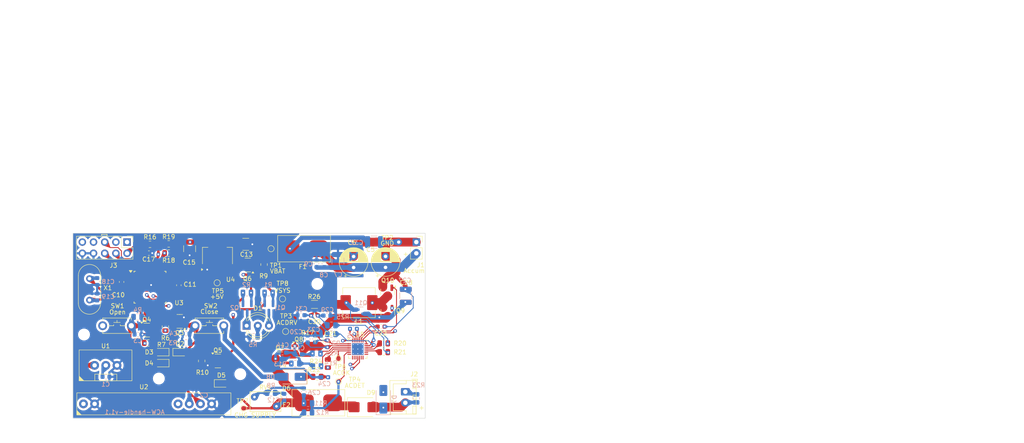
<source format=kicad_pcb>
(kicad_pcb (version 20240108) (generator "pcbnew") (generator_version "8.0")
  (layers (0 "F.Cu" signal) (1 "In1.Cu" signal) (2 "In2.Cu" signal) (31 "B.Cu" signal) (34 "B.Paste" user) (35 "F.Paste" user) (36 "B.SilkS" user "B.Silkscreen") (37 "F.SilkS" user "F.Silkscreen") (38 "B.Mask" user) (39 "F.Mask" user) (44 "Edge.Cuts" user))
  (net 0 "")
  (net 1 "GNDA")
  (net 2 "+5V")
  (net 3 "/OPEN_BUTTON")
  (net 4 "/CLOSE_BUTTON")
  (net 5 "/VBAT_BEFORE_FUSE")
  (net 6 "GNDPWR")
  (net 7 "/CHARGER_SUPPLY")
  (net 8 "Net-(Q7-G)")
  (net 9 "/VSYS")
  (net 10 "/RESET#")
  (net 11 "/IC_POWER_UP")
  (net 12 "Net-(D9-K)")
  (net 13 "/CHARGER_BATSRC")
  (net 14 "/VBAT")
  (net 15 "Net-(D1-A1)")
  (net 16 "Net-(D1-K)")
  (net 17 "Net-(D1-A2)")
  (net 18 "/MOSI")
  (net 19 "/RXD")
  (net 20 "/TXD")
  (net 21 "/SCK")
  (net 22 "/MISO")
  (net 23 "/LED_GREEN#")
  (net 24 "/LED_RED#")
  (net 25 "/CLOSE_BUTTON_5V#")
  (net 26 "/OPEN_BUTTON_5V#")
  (net 27 "Net-(C12-Pad2)")
  (net 28 "Net-(Q8-G)")
  (net 29 "Net-(Q9-G)")
  (net 30 "/CHARGER_BATDRV")
  (net 31 "Net-(Q6-D)")
  (net 32 "Net-(U3-XTAL1{slash}PB6)")
  (net 33 "Net-(U3-XTAL2{slash}PB7)")
  (net 34 "Net-(Q8-D)")
  (net 35 "Net-(U5-REGN)")
  (net 36 "Net-(U5-VCC)")
  (net 37 "Net-(Q10-D)")
  (net 38 "/SDA")
  (net 39 "/SCL")
  (net 40 "/CHARGER_SRP")
  (net 41 "/CHARGER_SRN")
  (net 42 "Net-(U5-BTST)")
  (net 43 "/FM_OUT")
  (net 45 "/FM_IN")
  (net 46 "Net-(D2-K)")
  (net 47 "Net-(D6-K)")
  (net 48 "Net-(D7-A1)")
  (net 50 "Net-(Q5-D)")
  (net 51 "Net-(Q10-G)")
  (net 52 "Net-(U5-ACDET)")
  (net 53 "Net-(U5-ACDRV)")
  (net 54 "/CHR_VSYS_NMOS")
  (net 55 "Net-(U5-CMSRC)")
  (net 56 "Net-(U5-BATDRV)")
  (net 57 "Net-(U5-BATSRC)")
  (net 58 "Net-(U5-ACOK)")
  (footprint "TestPoint:TestPoint_Pad_D1.0mm" (layer "F.Cu") (at 99.990487 81.5)
    (property "Reference" "TP1")
    (property "Value" "VBAT")
  )
  (footprint "TestPoint:TestPoint_Pad_D1.0mm" (layer "F.Cu") (at 87.740487 89.25 90)
    (property "Reference" "TP5")
    (property "Value" "+5V")
  )
  (footprint "Library:FuseHolder1808" (layer "F.Cu") (at 110.740487 116.5 180)
    (property "Reference" "F2")
    (property "Value" "3A")
  )
  (footprint "Package_QFP:TQFP-32_7x7mm_P0.8mm" (layer "F.Cu") (at 72.490487 90.25)
    (property "Reference" "U3")
    (property "Value" "ATmega328-A")
  )
  (footprint "Capacitor_SMD:C_0603_1608Metric" (layer "F.Cu") (at 109.835487 96.655 180)
    (property "Reference" "C30")
    (property "Value" "100 nF")
  )
  (footprint "TestPoint:TestPoint_Pad_D1.0mm" (layer "F.Cu") (at 115.3 111.7)
    (property "Reference" "TP4")
    (property "Value" "ACDET")
  )
  (footprint "Package_TO_SOT_SMD:SOT-23" (layer "F.Cu") (at 79.240487 98 180)
    (property "Reference" "Q3")
    (property "Value" "IRLML0030")
  )
  (footprint "Diode_SMD:D_SMB" (layer "F.Cu") (at 120.990487 117.5)
    (property "Reference" "D9")
    (property "Value" "ES2J")
  )
  (footprint "Resistor_SMD:R_0805_2012Metric" (layer "F.Cu") (at 98.4 85.1 -90)
    (property "Reference" "R9")
    (property "Value" "10K")
  )
  (footprint "Capacitor_SMD:C_0603_1608Metric" (layer "F.Cu") (at 124.990487 99.2)
    (property "Reference" "C22")
    (property "Value" "2.2 uF")
  )
  (footprint "Package_DFN_QFN:QFN-28-1EP_4x4mm_P0.4mm_EP2.6x2.6mm_ThermalVias" (layer "F.Cu") (at 119.690487 104.3)
    (property "Reference" "U5")
    (property "Value" "BQ24780S")
  )
  (footprint "Crystal:Crystal_HC49-U_Vertical" (layer "F.Cu") (at 58.740487 93.175 90)
    (property "Reference" "X1")
    (property "Value" "HC-49U, 8MHz")
  )
  (footprint "Resistor_SMD:R_1206_3216Metric" (layer "F.Cu") (at 110.902987 102.2 90)
    (property "Reference" "R17")
    (property "Value" "0.01 R")
  )
  (footprint "Capacitor_SMD:C_0603_1608Metric" (layer "F.Cu") (at 72.240487 82.5)
    (property "Reference" "C17")
    (property "Value" "100 nF")
  )
  (footprint "Diode_SMD:D_SOD-323F" (layer "F.Cu") (at 88.7 112.1)
    (property "Reference" "D5")
    (property "Value" "BAT760")
  )
  (footprint "Capacitor_SMD:C_1210_3225Metric" (layer "F.Cu") (at 130.590487 92.2 90)
    (property "Reference" "C28")
    (property "Value" "22 uF")
  )
  (footprint "Resistor_SMD:R_0805_2012Metric" (layer "F.Cu") (at 76.740487 82.5 180)
    (property "Reference" "R18")
    (property "Value" "10K")
  )
  (footprint "Connector_PinSocket_2.54mm:PinSocket_1x02_P2.54mm_Vertical" (layer "F.Cu") (at 132.990487 80)
    (property "Reference" "J1")
    (property "Value" "2*LiFePo4@18650@1800mAh, 6,4V")
  )
  (footprint "Package_TO_SOT_SMD:SOT-23" (layer "F.Cu") (at 71.765487 100)
    (property "Reference" "Q4")
    (property "Value" "IRLML0030")
  )
  (footprint "Library:SRX882_Vertical" (layer "F.Cu") (at 57.370487 116.75)
    (property "Reference" "U2")
    (property "Value" "SRX882@443MHz")
  )
  (footprint "Resistor_SMD:R_0805_2012Metric" (layer "F.Cu") (at 125.590487 105 180)
    (property "Reference" "R21")
    (property "Value" "10")
  )
  (footprint "Resistor_SMD:R_0805_2012Metric" (layer "F.Cu") (at 112.890487 107.6 -90)
    (property "Reference" "R24")
    (property "Value" "10K")
  )
  (footprint "NetTie:NetTie-2_SMD_Pad2.0mm" (layer "F.Cu") (at 121.990487 80 180)
    (property "Reference" "NT1" (hide yes))
    (property "Value" "AGND/PGND" (hide yes))
  )
  (footprint "Package_TO_SOT_SMD:SOT-23" (layer "F.Cu") (at 126.465487 91.3125 -90)
    (property "Reference" "Q10")
    (property "Value" "IRLML0030")
  )
  (footprint "Capacitor_THT:CP_Radial_D6.3mm_P2.50mm" (layer "F.Cu") (at 118.740487 85.775001 90)
    (property "Reference" "C6")
    (property "Value" "100 uF")
  )
  (footprint "Capacitor_THT:CP_Radial_D6.3mm_P2.50mm" (layer "F.Cu") (at 125.990487 85.75 90)
    (property "Reference" "C5")
    (property "Value" "100 uF")
  )
  (footprint "MountingHole:MountingHole_2.2mm_M2" (layer "F.Cu") (at 57.5 101)
    (property "Reference" "H4" (hide yes))
    (property "Value" "MountingHole")
  )
  (footprint "Package_TO_SOT_SMD:SOT-23" (layer "F.Cu") (at 126.515487 95.9375 -90)
    (property "Reference" "Q9")
    (property "Value" "IRLML0030")
  )
  (footprint "Capacitor_SMD:C_1210_3225Metric" (layer "F.Cu") (at 81.490487 81.5 -90)
    (property "Reference" "C15")
    (property "Value" "22 uF")
  )
  (footprint "Capacitor_SMD:C_0603_1608Metric" (layer "F.Cu") (at 79.040487 89.8 90)
    (property "Reference" "C11")
    (property "Value" "100 nF")
  )
  (footprint "TestPoint:TestPoint_Pad_D1.0mm" (layer "F.Cu") (at 103.3 100.3)
    (property "Reference" "TP3")
    (property "Value" "ACDRV")
  )
  (footprint "MountingHole:MountingHole_2.2mm_M2" (layer "F.Cu") (at 74.5 111)
    (property "Reference" "H3" (hide yes))
    (property "Value" "MountingHole")
  )
  (footprint "Resistor_SMD:R_0805_2012Metric" (layer "F.Cu") (at 75.990487 99.2 -90)
    (property "Reference" "R6")
    (property "Value" "10K")
  )
  (footprint "Library:STX882_Vertical" (layer "F.Cu") (at 62.450487 108)
    (property "Reference" "U1")
    (property "Value" "STX882@443MHz")
  )
  (footprint "Capacitor_SMD:C_0603_1608Metric" (layer "F.Cu") (at 112.802987 103.1 90)
    (property "Reference" "C21")
    (property "Value" "100 nF")
  )
  (footprint "LED_THT:LED_D5.0mm-3" (layer "F.Cu") (at 94.440487 99)
    (property "Reference" "D1")
    (property "Value" "red/green, common cathode, F3")
  )
  (footprint "Inductor_SMD:L_Abracon_ASPI-0630LR" (layer "F.Cu") (at 119.965487 93.75 180)
    (property "Reference" "L1")
    (property "Value" "AMPLF0630, 8,2uH")
  )
  (footprint "Diode_SMD:D_SMA" (layer "F.Cu") (at 104.702987 110.6 180)
    (property "Reference" "D6")
    (property "Value" "15MQ030NPBF")
  )
  (footprint "Varistor:RV_Disc_D7mm_W4.5mm_P5mm" (layer "F.Cu") (at 101.215487 117.3 180)
    (property "Reference" "RV1")
    (property "Value" "JVR-05N180M")
  )
  (footprint "Package_TO_SOT_SMD:SOT-223-3_TabPin2" (layer "F.Cu") (at 87.815487 83.1 90)
    (property "Reference" "U4")
    (property "Value" "AMS1117-5.0")
  )
  (footprint "TestPoint:TestPoint_Pad_D1.0mm" (layer "F.Cu") (at 93.715487 117.75 180)
    (property "Reference" "TP7")
    (property "Value" "CHG SUPPLY")
  )
  (footprint "Resistor_SMD:R_0805_2012Metric" (layer "F.Cu") (at 76.740487 80.4125 180)
    (property "Reference" "R19")
    (property "Value" "10K")
  )
  (footprint "Capacitor_SMD:C_1210_3225Metric" (layer "F.Cu") (at 94.240487 80.5)
    (property "Reference" "C13")
    (property "Value" "22 uF")
  )
  (footprint "Resistor_SMD:R_0805_2012Metric" (layer "F.Cu") (at 110.452987 110.6 180)
    (property "Reference" "R22")
    (property "Value" "10")
  )
  (footprint "Resistor_SMD:R_0805_2012Metric" (layer "F.Cu") (at 84.2375 107 -90)
    (property "Reference" "R10")
    (property "Value" "10K")
  )
  (footprint "Diode_SMD:D_SOD-323F" (layer "F.Cu") (at 75.2 105 180)
    (property "Reference" "D3")
    (property "Value" "BAT760")
  )
  (footprint "Library:FuseHolder1808" (layer "F.Cu") (at 107.490487 81.5 180)
    (property "Reference" "F1")
    (property "Value" "3A")
  )
  (footprint "Resistor_SMD:R_1206_3216Metric" (layer "F.Cu") (at 109.860487 94.155 180)
    (property "Reference" "R26")
    (property "Value" "0.01 R")
  )
  (footprint "Connector_JST:JST_XH_B2B-XH-A_1x02_P2.50mm_Vertical" (layer "F.Cu") (at 130.490487 114 -90)
    (property "Reference" "J2")
    (property "Value" "Charger")
  )
  (footprint "Diode_SMD:D_SOD-323F" (layer "F.Cu") (at 75.2 107.5 180)
    (property "Reference" "D4")
    (property "Value" "BAT760")
  )
  (footprint "Library:SW_PUSH_P6.5_W3.5" (layer "F.Cu") (at 85.990487 99)
    (property "Reference" "SW2")
    (property "Value" "KLS7-TS3601-5.0-180")
  )
  (footprint "Package_TO_SOT_SMD:SOT-23" (layer "F.Cu") (at 102.002987 106.5 180)
    (property "Reference" "Q7")
    (property "Value" "IRLML0030")
  )
  (footprint "MountingHole:MountingHole_2.2mm_M2" (layer "F.Cu") (at 129.5 108)
    (property "Reference" "H5" (hide yes))
    (property "Value" "MountingHole" (hide yes))
  )
  (footprint "Library:TestPoint_Plated_Hole_D1.0mm" (layer "F.Cu") (at 128.990487 80)
    (property "Reference" "TP2")
    (property "Value" "GND")
  )
  (footprint "Diode_SMD:D_SOD-323F" (layer "F.Cu") (at 79.3 105)
    (property "Reference" "D2")
    (property "Value" "BAT760")
  )
  (footprint "Package_TO_SOT_SMD:SOT-23" (layer "F.Cu") (at 106.302987 104.5)
    (property "Reference" "Q8")
    (property "Value" "IRLML0030")
  )
  (footprint "MountingHole:MountingHole_2.2mm_M2" (layer "F.Cu") (at 93 110)
    (property "Reference" "H2" (hide yes))
    (property "Value" "MountingHole")
  )
  (footprint "Package_TO_SOT_SMD:SOT-23" (layer "F.Cu") (at 94.7 85.2 180)
    (property "Reference" "Q6")
    (property "Value" "IRLML5203")
  )
  (footprint "TestPoint:TestPoint_Pad_D1.0mm" (layer "F.Cu") (at 102.6 92.9)
    (property "Reference" "TP8")
    (property "Value" "VSYS")
  )
  (footprint "Capacitor_SMD:C_0603_1608Metric" (layer "F.Cu") (at 66.040487 89.05 90)
    (property "Reference" "C10")
    (property "Value" "100 nF")
  )
  (footprint "Resistor_SMD:R_0805_2012Metric" (layer "F.Cu") (at 72.090487 102.9 180)
    (property "Reference" "R7")
    (property "Value" "10K")
  )
  (footprint "MountingHole:MountingHole_2.2mm_M2" (layer "F.Cu") (at 110.5 89.5)
    (property "Reference" "H1" (hide yes))
    (property "Value" "MountingHole")
  )
  (footprint "TestPoint:TestPoint_Pad_D1.0mm" (layer "F.Cu") (at 115.3 106.5)
    (property "Reference" "TP6")
    (property "Value" "ACOK")
  )
  (footprint "Resistor_SMD:R_0805_2012Metric" (layer "F.Cu") (at 72.490487 80.5)
    (property "Reference" "R16")
    (property "Value" "10K")
  )
  (footprint "Library:SW_PUSH_P6.5_W3.5" (layer "F.Cu") (at 64.990487 99)
    (property "Reference" "SW1")
    (property "Value" "KLS7-TS3601-5.0-180")
  )
  (footprint "Connector_PinHeader_2.54mm:PinHeader_2x05_P2.54mm_Vertical" (layer "F.Cu") (at 67.280487 80 -90)
    (property "Reference" "J3")
    (property "Value" "USBASP")
  )
  (footprint "Resistor_SMD:R_0805_2012Metric" (layer "F.Cu") (at 125.590487 103 180)
    (property "Reference" "R20")
    (property "Value" "3K3")
  )
  (footprint "Package_TO_SOT_SMD:SOT-23" (layer "F.Cu") (at 87.9 107)
    (property "Reference" "Q5")
    (property "Value" "IRLML0030")
  )
  (footprint "Resistor_SMD:R_0805_2012Metric" (layer "B.Cu") (at 113.702987 100.9)
    (property "Reference" "R27")
    (property "Value" "10")
  )
  (footprint "Package_TO_SOT_SMD:SOT-23" (layer "B.Cu") (at 94.570487 94.9625 -90)
    (property "Reference" "Q2")
    (property "Value" "IRLML5203")
  )
  (footprint "Capacitor_SMD:C_0603_1608Metric" (layer "B.Cu") (at 60.490487 92.475 90)
    (property "Reference" "C19")
    (property "Value" "15 pF")
  )
  (footprint "Resistor_SMD:R_0805_2012Metric" (layer "B.Cu") (at 110.402987 108.2)
    (property "Reference" "R14")
    (property "Value" "3K9")
  )
  (footprint "Capacitor_SMD:C_1210_3225Metric" (layer "B.Cu") (at 115.190487 84.3 90)
    (property "Reference" "C7")
    (property "Value" "22 uF")
  )
  (footprint "Resistor_SMD:R_0805_2012Metric" (layer "B.Cu") (at 108.3875 118.7 180)
    (property "Reference" "R12")
    (property "Value" "45K")
  )
  (footprint "Capacitor_SMD:C_0603_1608Metric" (layer "B.Cu") (at 108.302987 102 90)
    (property "Reference" "C20")
    (property "Value" "100 nF")
  )
  (footprint "Package_TO_SOT_SMD:SOT-23" (layer "B.Cu") (at 99.490487 94.9625 -90)
    (property "Reference" "Q1")
    (property "Value" "IRLML5203")
  )
  (footprint "Capacitor_SMD:C_0603_1608Metric" (layer "B.Cu") (at 112.190487 110.7 180)
    (property "Reference" "C24")
    (property "Value" "2.2 uF")
  )
  (footprint "Capacitor_SMD:C_0603_1608Metric" (layer "B.Cu") (at 102.990487 115.25 90)
    (property "Reference" "C12")
    (property "Value" "2.2 uF")
  )
  (footprint "Capacitor_SMD:C_0603_1608Metric" (layer "B.Cu") (at 82.240487 114.75)
    (property "Reference" "C2")
    (property "Value" "2.2 uF")
  )
  (footprint "Resistor_SMD:R_0805_2012Metric" (layer "B.Cu") (at 99.990487 114.25 180)
    (property "Reference" "R8")
    (property "Value" "5R")
  )
  (footprint "Resistor_SMD:R_0805_2012Metric" (layer "B.Cu") (at 105.502987 107.6)
    (property "Reference" "R13")
    (property "Value" "5")
  )
  (footprint "Capacitor_SMD:C_0603_1608Metric" (layer "B.Cu") (at 112.090487 84.9 90)
    (property "Reference" "C8")
    (property "Value" "2.2 uF")
  )
  (footprint "Capacitor_SMD:C_0603_1608Metric" (layer "B.Cu") (at 110.330487 84.9 -90)
    (property "Reference" "C9")
    (property "Value" "100 nF")
  )
  (footprint "Resistor_SMD:R_0805_2012Metric" (layer "B.Cu") (at 108.3875 116.6)
    (property "Reference" "R11")
    (property "Value" "100K")
  )
  (footprint "Capacitor_SMD:C_0603_1608Metric" (layer "B.Cu") (at 80.690487 100.8)
    (property "Reference" "C4")
    (property "Value" "100 nF")
  )
  (footprint "Capacitor_SMD:C_0603_1608Metric" (layer "B.Cu") (at 110.002987 102 90)
    (property "Reference" "C23")
    (property "Value" "100 nF")
  )
  (footprint "Capacitor_SMD:C_0603_1608Metric" (layer "B.Cu") (at 118.7 99.7 180)
    (property "Reference" "C25")
    (property "Value" "47 nF")
  )
  (footprint "Resistor_SMD:R_0805_2012Metric" (layer "B.Cu") (at 96.020487 101.5 180)
    (property "Reference" "R5")
    (property "Value" "620")
  )
  (footprint "Capacitor_SMD:C_0603_1608Metric" (layer "B.Cu") (at 62.490487 110.6)
    (property "Reference" "C1")
    (property "Value" "2.2 uF")
  )
  (footprint "Resistor_SMD:R_0805_2012Metric" (layer "B.Cu") (at 110.302987 105.3)
    (property "Reference" "R15")
    (property "Value" "3K9")
  )
  (footprint "Resistor_SMD:R_0805_2012Metric" (layer "B.Cu") (at 99.432987 91.5)
    (property "Reference" "R1")
    (property "Value" "10K")
  )
  (footprint "Capacitor_SMD:C_0603_1608Metric" (layer "B.Cu") (at 112.690487 96.7)
    (property "Reference" "C29")
    (property "Value" "100 nF")
  )
  (footprint "Capacitor_SMD:C_0603_1608Metric" (layer "B.Cu") (at 60.490487 88.95 -90)
    (property "Reference" "C18")
    (property "Value" "15 pF")
  )
  (footprint "Capacitor_SMD:C_0603_1608Metric" (layer "B.Cu") (at 69.765487 101 180)
    (property "Reference" "C3")
    (property "Value" "100 nF")
  )
  (footprint "Capacitor_SMD:C_1210_3225Metric" (layer "B.Cu") (at 123.390487 80)
    (property "Reference" "C32")
    (property "Value" "22 uF")
  )
  (footprint "Package_TO_SOT_SMD:SOT-23" (layer "B.Cu") (at 120.290487 96.3)
    (property "Reference" "Q11")
    (property "Value" "IRLML0030")
  )
  (footprint "Capacitor_SMD:C_0603_1608Metric" (layer "B.Cu") (at 106.202987 105.5 180)
    (property "Reference" "C16")
    (property "Value" "47 nF")
  )
  (footprint "Resistor_SMD:R_0805_2012Metric" (layer "B.Cu") (at 94.520487 91.5)
    (property "Reference" "R2")
    (property "Value" "10K")
  )
  (footprint "Capacitor_SMD:C_0603_1608Metric" (layer "B.Cu") (at 107.4375 114 90)
    (property "Reference" "C26")
    (property "Value" "4.7 uF")
  )
  (footprint "Resistor_SMD:R_0805_2012Metric" (layer "B.Cu") (at 132.990487 115.5 90)
    (property "Reference" "R23")
    (property "Value" "500")
  )
  (footprint "Capacitor_SMD:C_0603_1608Metric" (layer "B.Cu") (at 106.790487 96.6 180)
    (property "Reference" "C31")
    (property "Value" "100 nF")
  )
  (footprint "Diode_SMD:D_SMA" (layer "B.Cu") (at 104.602987 110.6 180)
    (property "Reference" "D8")
    (property "Value" "15MQ030NPBF")
  )
  (footprint "Capacitor_SMD:C_0603_1608Metric" (layer "B.Cu") (at 102.602987 105.1)
    (property "Reference" "C14")
    (property "Value" "1 nF")
  )
  (footprint "Resistor_SMD:R_0805_2012Metric" (layer "B.Cu") (at 113.702987 98.9 180)
    (property "Reference" "R25")
    (property "Value" "10")
  )
  (footprint "Resistor_SMD:R_0805_2012Metric" (layer "B.Cu") (at 69.677987 97)
    (property "Reference" "R4")
    (property "Value" "10K")
  )
  (footprint "Diode_SMD:D_SMA" (layer "B.Cu") (at 125.5 115.7 90)
    (property "Reference" "D7")
    (property "Value" "SMAJ26A")
  )
  (footprint "Resistor_SMD:R_0805_2012Metric" (layer "B.Cu") (at 80.690487 102.9 180)
    (property "Reference" "R3")
    (property "Value" "10K")
  )
  (footprint "Capacitor_SMD:C_1210_3225Metric" (layer "B.Cu") (at 130.590487 92.2 90)
    (property "Reference" "C27")
    (property "Value" "22 uF")
  )
  (gr_line (start 61.490487 78.25) (end 62.740487 78.25) (stroke (width 0.15)) (layer "F.SilkS"))
  (gr_line (start 62.740487 78.25) (end 62.740487 78.5) (stroke (width 0.15)) (layer "F.SilkS"))
  (gr_line (start 61.490487 78.25) (end 61.490487 78.5) (stroke (width 0.15)) (layer "F.SilkS"))
  (gr_rect (start 55 78) (end 135 120) (stroke (width 0.1)) (fill none) (layer "Edge.Cuts"))
  (gr_text "ACW-handle-v1.1" (at 75.9 119.2 0) (layer "B.SilkS") (effects (font (size 1 1)) (justify left bottom mirror)))
  (segment (start 70.240487 89.5) (end 69.790487 89.05) (width 0.5) (layer "F.Cu") (net 1))
  (segment (start 121.627987 102.727987) (end 121.2625 102.3625) (width 0.2) (layer "F.Cu") (net 1))
  (segment (start 69.590487 90.65) (end 70.240487 90) (width 0.5) (layer "F.Cu") (net 1))
  (segment (start 122.390487 100.6) (end 120.890487 102.1) (width 0.2) (layer "F.Cu") (net 1))
  (segment (start 118.740487 81.25) (end 119.990487 80) (width 2) (layer "F.Cu") (net 1))
  (segment (start 72.740487 89.75) (end 72.640487 89.85) (width 0.5) (layer "F.Cu") (net 1))
  (segment (start 66.815487 89.05) (end 66.040487 88.275) (width 0.5) (layer "F.Cu") (net 1))
  (segment (start 121.2625 102.3625) (end 120.890487 102.3625) (width 0.2) (layer "F.Cu") (net 1))
  (segment (start 72.640487 89.85) (end 70.390487 89.85) (width 0.5) (layer "F.Cu") (net 1))
  (segment (start 68.240487 90.65) (end 69.590487 90.65) (width 0.5) (layer "F.Cu") (net 1))
  (segment (start 86.9625 107.95) (end 85.65 107.95) (width 0.5) (layer "F.Cu") (net 1))
  (segment (start 127.780437 100.6) (end 122.390487 100.6) (width 0.2) (layer "F.Cu") (net 1))
  (segment (start 72.840487 89.85) (end 72.740487 89.75) (width 0.5) (layer "F.Cu") (net 1))
  (segment (start 68.240487 89.05) (end 66.815487 89.05) (width 0.5) (layer "F.Cu") (net 1))
  (segment (start 69.790487 89.05) (end 68.240487 89.05) (width 0.5) (layer "F.Cu") (net 1))
  (segment (start 70.240487 90) (end 70.240487 89.5) (width 0.5) (layer "F.Cu") (net 1))
  (segment (start 70.390487 89.85) (end 70.240487 90) (width 0.5) (layer "F.Cu") (net 1))
  (segment (start 128.190218 100.190219) (end 127.780437 100.6) (width 0.2) (layer "F.Cu") (net 1))
  (segment (start 85.65 107.95) (end 85.6 108) (width 0.5) (layer "F.Cu") (net 1))
  (segment (start 76.740487 89.85) (end 78.215487 89.85) (width 0.5) (layer "F.Cu") (net 1))
  (segment (start 118.740487 83.275001) (end 118.740487 81.25) (width 2) (layer "F.Cu") (net 1))
  (segment (start 85.55 107.95) (end 84.275 107.95) (width 0.5) (layer "F.Cu") (net 1))
  (segment (start 85.6 108) (end 85.55 107.95) (width 0.5) (layer "F.Cu") (net 1))
  (segment (start 121.627987 103.1) (end 121.627987 102.727987) (width 0.2) (layer "F.Cu") (net 1))
  (segment (start 78.215487 89.85) (end 79.040487 89.025) (width 0.5) (layer "F.Cu") (net 1))
  (segment (start 76.740487 89.85) (end 72.840487 89.85) (width 0.5) (layer "F.Cu") (net 1))
  (via (at 81.490487 83) (size 0.8) (drill 0.4) (layers "F.Cu" "B.Cu") (net 1))
  (via (at 80.190487 97.1) (size 0.8) (drill 0.4) (layers "F.Cu" "B.Cu") (net 1))
  (via (at 72.990487 82.5) (size 0.8) (drill 0.4) (layers "F.Cu" "B.Cu") (net 1))
  (via (at 128.190218 100.190219) (size 0.8) (drill 0.4) (layers "F.Cu" "B.Cu") (net 1))
  (via (at 95.740487 80.5) (size 0.8) (drill 0.4) (layers "F.Cu" "B.Cu") (net 1))
  (via (at 70.790487 101) (size 0.8) (drill 0.4) (layers "F.Cu" "B.Cu") (net 1))
  (via (at 85.490487 86.25) (size 0.8) (drill 0.4) (layers "F.Cu" "B.Cu") (net 1))
  (via (at 72.740487 89.75) (size 0.8) (drill 0.4) (layers "F.Cu" "B.Cu") (net 1))
  (via (at 85.6 108) (size 0.8) (drill 0.4) (layers "F.Cu" "B.Cu") (net 1))
  (segment (start 107.475 118.7) (end 106.425 119.75) (width 0.5) (layer "B.Cu") (net 1))
  (segment (start 107.442936 108.8) (end 100.890487 108.8) (width 0.5) (layer "B.Cu") (net 1))
  (segment (start 106.425 119.75) (end 89.490487 119.75) (width 0.5) (layer "B.Cu") (net 1))
  (segment (start 109.342936 110.7) (end 107.442936 108.8) (width 0.5) (layer "B.Cu") (net 1))
  (segment (start 111.415487 110.7) (end 109.342936 110.7) (width 0.5) (layer "B.Cu") (net 1))
  (segment (start 89.490487 119.75) (end 86.490487 116.75) (width 0.5) (layer "B.Cu") (net 1))
  (segment (start 77.427987 79.2625) (end 78.115487 79.95) (width 0.5) (layer "F.Cu") (net 2))
  (segment (start 66.040487 90.55) (end 66.040487 89.825) (width 0.5) (layer "F.Cu") (net 2))
  (segment (start 79.190487 86.7) (end 79.190487 79.95) (width 0.5) (layer "F.Cu") (net 2))
  (segment (start 87.815487 87.75) (end 87.815487 89.175) (width 1) (layer "F.Cu") (net 2))
  (segment (start 70.990487 91) (end 75.215487 91) (width 0.5) (layer "F.Cu") (net 2))
  (segment (start 76.740487 90.65) (end 78.965487 90.65) (width 0.5) (layer "F.Cu") (net 2))
  (segment (start 78.115487 79.95) (end 77.652987 80.4125) (width 1) (layer "F.Cu") (net 2))
  (segment (start 100.345487 91.355) (end 97.390487 88.4) (width 0.5) (layer "F.Cu") (net 2))
  (segment (start 79.040487 90.575) (end 79.515487 90.575) (width 0.5) (layer "F.Cu") (net 2))
  (segment (start 75.565487 90.65) (end 76.740487 90.65) (width 0.5) (layer "F.Cu") (net 2))
  (segment (start 70.557987 79.2625) (end 74.640487 79.2625) (width 0.5) (layer "F.Cu") (net 2))
  (segment (start 79.515487 90.575) (end 80.290487 89.8) (width 0.5) (layer "F.Cu") (net 2))
  (segment (start 87.815487 86.25) (end 87.815487 79.95) (width 1) (layer "F.Cu") (net 2))
  (segment (start 76.740487 92.25) (end 75.565487 92.25) (width 0.5) (layer "F.Cu") (net 2))
  (segment (start 66.940487 91.45) (end 66.040487 90.55) (width 0.5) (layer "F.Cu") (net 2))
  (segment (start 75.215487 91.9) (end 75.215487 91) (width 0.5) (layer "F.Cu") (net 2))
  (segment (start 80.290487 87.8) (end 79.190487 86.7) (width 0.5) (layer "F.Cu") (net 2))
  (segment (start 95.432987 89.132987) (end 94.7 88.4) (width 0.5) (layer "F.Cu") (net 2))
  (segment (start 81.540487 79.95) (end 78.115487 79.95) (width 1) (layer "F.Cu") (net 2))
  (segment (start 75.215487 91) (end 75.565487 90.65) (width 0.5) (layer "F.Cu") (net 2))
  (segment (start 75.565487 92.25) (end 75.215487 91.9) (width 0.5) (layer "F.Cu") (net 2))
  (segment (start 80.290487 89.8) (end 80.290487 87.8) (width 0.5) (layer "F.Cu") (net 2))
  (segment (start 70.540487 91.45) (end 70.990487 91) (width 0.5) (layer "F.Cu") (net 2))
  (segment (start 81.640487 79.95) (end 87.815487 79.95) (width 1) (layer "F.Cu") (net 2))
  (segment (start 74.640487 79.2625) (end 77.427987 79.2625) (width 0.5) (layer "F.Cu") (net 2))
  (segment (start 68.240487 89.85) (end 66.065487 89.85) (width 0.5) (layer "F.Cu") (net 2))
  (segment (start 87.815487 89.175) (end 87.740487 89.25) (width 1) (layer "F.Cu") (net 2))
  (segment (start 68.240487 91.45) (end 66.940487 91.45) (width 0.5) (layer "F.Cu") (net 2))
  (segment (start 77.652987 80.4125) (end 77.652987 82.5) (width 1) (layer "F.Cu") (net 2))
  (segment (start 68.240487 91.45) (end 70.540487 91.45) (width 0.5) (layer "F.Cu") (net 2))
  (segment (start 87.815487 88.4) (end 97.390487 88.4) (width 0.5) (layer "F.Cu") (net 2))
  (segment (start 73.402987 80.5) (end 74.640487 79.2625) (width 0.5) (layer "F.Cu") (net 2))
  (segment (start 95.432987 91.5) (end 95.432987 89.132987) (width 0.5) (layer "F.Cu") (net 2))
  (segment (start 67.280487 82.54) (end 70.557987 79.2625) (width 0.5) (layer "F.Cu") (net 2))
  (segment (start 100.345487 91.5) (end 100.345487 91.355) (width 0.5) (layer "F.Cu") (net 2))
  (segment (start 87.815487 86.25) (end 87.815487 87.75) (width 1) (layer "F.Cu") (net 2))
  (via (at 100.345487 91.5) (size 0.8) (drill 0.4) (layers "F.Cu" "B.Cu") (net 2))
  (via (at 71.290487 103) (size 0.8) (drill 0.4) (layers "F.Cu" "B.Cu") (net 2))
  (via (at 95.432987 91.5) (size 0.8) (drill 0.4) (layers "F.Cu" "B.Cu") (net 2))
  (via (at 112.890487 108.5) (size 0.8) (drill 0.4) (layers "F.Cu" "B.Cu") (net 2))
  (via (at 81.590487 80) (size 0.8) (drill 0.4) (layers "F.Cu" "B.Cu") (net 2))
  (via (at 75.990487 100.1) (size 0.8) (drill 0.4) (layers "F.Cu" "B.Cu") (net 2))
  (segment (start 95.520487 91.5875) (end 95.520487 94) (width 0.5) (layer "B.Cu") (net 2))
  (segment (start 61.710487 110.6) (end 61.710487 108.74) (width 0.5) (layer "B.Cu") (net 2))
  (segment (start 100.440487 91.595) (end 100.440487 94.025) (width 0.5) (layer "B.Cu") (net 2))
  (segment (start 61.710487 108.74) (end 62.450487 108) (width 0.5) (layer "B.Cu") (net 2))
  (segment (start 81.465487 114.75) (end 81.465487 116.695) (width 0.5) (layer "B.Cu") (net 2))
  (segment (start 68.015487 103.025) (end 68.015487 99) (width 0.5) (layer "F.Cu") (net 3))
  (segment (start 70.827987 99.05) (end 68.065487 99.05) (width 0.5) (layer "F.Cu") (net 3))
  (segment (start 69.990487 105) (end 68.015487 103.025) (width 0.5) (layer "F.Cu") (net 3))
  (segment (start 74.140487 105) (end 69.990487 105) (width 0.5) (layer "F.Cu") (net 3))
  (segment (start 68.990487 99.975) (end 68.015487 99) (width 0.5) (layer "B.Cu") (net 3))
  (segment (start 68.015487 99) (end 68.015487 97.75) (width 0.5) (layer "B.Cu") (net 3))
  (segment (start 68.015487 97.75) (end 68.765487 97) (width 0.5) (layer "B.Cu") (net 3))
  (segment (start 68.990487 101) (end 68.990487 99.975) (width 0.5) (layer "B.Cu") (net 3))
  (segment (start 80.177987 98.95) (end 82.940487 98.95) (width 0.5) (layer "F.Cu") (net 4))
  (segment (start 82.990487 102.409513) (end 82.990487 99) (width 0.5) (layer "F.Cu") (net 4))
  (segment (start 80.4 105) (end 82.990487 102.409513) (width 0.5) (layer "F.Cu") (net 4))
  (segment (start 81.465487 100.525) (end 82.990487 99) (width 0.5) (layer "B.Cu") (net 4))
  (segment (start 81.490487 102.7875) (end 81.490487 101.05) (width 0.5) (layer "B.Cu") (net 4))
  (segment (start 81.490487 101.05) (end 81.602987 100.9375) (width 0.5) (layer "B.Cu") (net 4))
  (segment (start 81.465487 100.8) (end 81.465487 100.525) (width 0.5) (layer "B.Cu") (net 4))
  (segment (start 114.990488 85.775001) (end 110.715487 81.5) (width 2) (layer "F.Cu") (net 5))
  (segment (start 118.740487 85.775001) (end 114.990488 85.775001) (width 2) (layer "F.Cu") (net 5))
  (segment (start 110.430487 85.775) (end 110.330487 85.675) (width 1) (layer "B.Cu") (net 5))
  (segment (start 118.740487 85.775001) (end 115.740487 85.775) (width 1) (layer "B.Cu") (net 5))
  (segment (start 132.990487 82.54) (end 129.780487 85.75) (width 2) (layer "B.Cu") (net 5))
  (segment (start 129.780487 85.75) (end 125.990487 85.75) (width 2) (layer "B.Cu") (net 5))
  (segment (start 115.190487 85.775) (end 110.430487 85.775) (width 1) (layer "B.Cu") (net 5))
  (segment (start 125.990487 85.75) (end 118.765488 85.75) (width 2) (layer "B.Cu") (net 5))
  (segment (start 128.440487 87.75) (end 127.440487 87.75) (width 1) (layer "F.Cu") (net 6))
  (segment (start 128.390487 86.8) (end 127.440487 87.75) (width 2) (layer "F.Cu") (net 6))
  (segment (start 125.990487 83.25) (end 125.990487 80.25) (width 2) (layer "F.Cu") (net 6))
  (segment (start 128.990487 80) (end 123.990487 80) (width 2) (layer "F.Cu") (net 6))
  (segment (start 125.372352 89.018135) (end 125.372352 90.231865) (width 2) (layer "F.Cu") (net 6))
  (segment (start 125.990487 83.25) (end 127.490487 83.25) (width 2) (layer "F.Cu") (net 6))
  (segment (start 130.490487 89.8) (end 128.440487 87.75) (width 1) (layer "F.Cu") (net 6))
  (segment (start 127.490487 83.25) (end 128.390487 84.15) (width 2) (layer "F.Cu") (net 6))
  (segment (start 127.440487 87.75) (end 126.640487 87.75) (width 2) (layer "F.Cu") (net 6))
  (segment (start 130.490487 90.7) (end 130.490487 89.8) (width 1) (layer "F.Cu") (net 6))
  (segment (start 128.390487 84.15) (end 128.390487 86.8) (width 2) (layer "F.Cu") (net 6))
  (segment (start 132.990487 80) (end 125.740487 80) (width 2) (layer "F.Cu") (net 6))
  (segment (start 125.990487 80.25) (end 125.740487 80) (width 2) (layer "F.Cu") (net 6))
  (segment (start 126.640487 87.75) (end 125.372352 89.018135) (width 2) (layer "F.Cu") (net 6))
  (via (at 125.790487 99.2) (size 0.8) (drill 0.4) (layers "F.Cu" "B.Cu") (net 6))
  (via (at 125.5 114.1) (size 0.8) (drill 0.4) (layers "F.Cu" "B.Cu") (net 6))
  (via (at 130.490487 90.7) (size 0.8) (drill 0.4) (layers "F.Cu" "B.Cu") (net 6))
  (segment (start 100.227987 113.1) (end 107.3125 113.1) (width 0.5) (layer "B.Cu") (net 6))
  (segment (start 132.290487 92.425) (end 130.590487 90.725) (width 0.2) (layer "B.Cu") (net 6))
  (segment (start 97.165487 114.25) (end 96.215487 115.2) (width 0.5) (layer "B.Cu") (net 6))
  (segment (start 125.790487 99.2) (end 128.065487 99.2) (width 0.2) (layer "B.Cu") (net 6))
  (segment (start 132.990487 114.5875) (end 131.077987 114.5875) (width 0.5) (layer "B.Cu") (net 6))
  (segment (start 99.077987 114.25) (end 100.227987 113.1) (width 0.5) (layer "B.Cu") (net 6))
  (segment (start 99.077987 114.25) (end 97.165487 114.25) (width 0.5) (layer "B.Cu") (net 6))
  (segment (start 124.865487 80) (end 128.990487 80) (width 1) (layer "B.Cu") (net 6))
  (segment (start 132.290487 94.975) (end 132.290487 92.425) (width 0.2) (layer "B.Cu") (net 6))
  (segment (start 128.065487 99.2) (end 132.290487 94.975) (width 0.2) (layer "B.Cu") (net 6))
  (segment (start 93.715487 117.75) (end 95.490487 117.75) (width 0.5) (layer "F.Cu") (net 7))
  (segment (start 102.015487 116.5) (end 101.215487 117.3) (width 2) (layer "F.Cu") (net 7))
  (segment (start 100.765487 117.75) (end 101.215487 117.3) (width 0.5) (layer "F.Cu") (net 7))
  (segment (start 102.702987 110.6) (end 102.702987 111.6475) (width 2) (layer "F.Cu") (net 7))
  (segment (start 102.702987 110.6) (end 101.002987 108.9) (width 2) (layer "F.Cu") (net 7))
  (segment (start 89.740487 112) (end 95.490487 117.75) (width 0.5) (layer "F.Cu") (net 7))
  (segment (start 101.002987 108.9) (end 101.002987 106.5625) (width 2) (layer "F.Cu") (net 7))
  (segment (start 95.490487 117.75) (end 100.765487 117.75) (width 0.5) (layer "F.Cu") (net 7))
  (segment (start 107.655487 116.5) (end 104.990487 116.5) (width 2) (layer "F.Cu") (net 7))
  (segment (start 104.990487 116.5) (end 102.015487 116.5) (width 2) (layer "F.Cu") (net 7))
  (segment (start 101.002987 106.5) (end 101.065487 106.5) (width 2) (layer "F.Cu") (net 7))
  (segment (start 101.002987 106.5625) (end 101.002987 106.5) (width 2) (layer "F.Cu") (net 7))
  (segment (start 102.702987 111.6475) (end 107.555487 116.5) (width 2) (layer "F.Cu") (net 7))
  (via (at 101.002987 106.5) (size 0.8) (drill 0.4) (layers "F.Cu" "B.Cu") (net 7))
  (via (at 107.3875 116.6) (size 0.8) (drill 0.4) (layers "F.Cu" "B.Cu") (net 7))
  (segment (start 101.002987 105.6) (end 101.002987 106.5) (width 0.5) (layer "B.Cu") (net 7))
  (segment (start 101.827987 105.1) (end 101.502987 105.1) (width 0.5) (layer "B.Cu") (net 7))
  (segment (start 101.502987 105.1) (end 101.002987 105.6) (width 0.5) (layer "B.Cu") (net 7))
  (segment (start 101.715487 117.3) (end 102.990487 116.025) (width 0.5) (layer "B.Cu") (net 7))
  (segment (start 107.3875 116.6) (end 107.3875 114.825) (width 0.5) (layer "B.Cu") (net 7))
  (segment (start 102.940487 107.45) (end 104.452987 107.45) (width 0.5) (layer "F.Cu") (net 8))
  (segment (start 104.452987 107.45) (end 104.602987 107.6) (width 0.5) (layer "F.Cu") (net 8))
  (via (at 104.602987 107.6) (size 0.8) (drill 0.4) (layers "F.Cu" "B.Cu") (net 8))
  (segment (start 113.052987 102.3625) (end 113.790487 103.1) (width 0.2) (layer "F.Cu") (net 9))
  (segment (start 124.390487 97.3) (end 114.340487 97.3) (width 2) (layer "F.Cu") (net 9))
  (segment (start 110.902987 101.9) (end 111.365487 102.3625) (width 0.2) (layer "F.Cu") (net 9))
  (segment (start 110.902987 100.7375) (end 110.902987 101.9) (width 0.2) (layer "F.Cu") (net 9))
  (segment (start 108.727987 100.7375) (end 102.605487 94.615) (width 1) (layer "F.Cu") (net 9))
  (segment (start 102.605487 88.005487) (end 98.85 84.25) (width 1) (layer "F.Cu") (net 9))
  (segment (start 124.390487 97.3) (end 126.090487 97.3) (width 2) (layer "F.Cu") (net 9))
  (segment (start 126.090487 97.3) (end 126.515487 96.875) (width 2) (layer "F.Cu") (net 9))
  (segment (start 98.85 84.25) (end 95.6375 84.25) (width 1) (layer "F.Cu") (net 9))
  (segment (start 102.605487 94.615) (end 102.605487 88.005487) (width 1) (layer "F.Cu") (net 9))
  (segment (start 110.902987 100.7375) (end 108.727987 100.7375) (width 1) (layer "F.Cu") (net 9))
  (segment (start 114.340487 97.3) (end 110.902987 100.7375) (width 2) (layer "F.Cu") (net 9))
  (segment (start 113.790487 103.1) (end 117.752987 103.1) (width 0.2) (layer "F.Cu") (net 9))
  (segment (start 111.365487 102.3625) (end 113.052987 102.3625) (width 0.2) (layer "F.Cu") (net 9))
  (via (at 112.802987 102.3) (size 0.8) (drill 0.4) (layers "F.Cu" "B.Cu") (net 9))
  (via (at 130.490487 93.6) (size 0.8) (drill 0.4) (layers "F.Cu" "B.Cu") (net 9))
  (via (at 124.590487 97.1) (size 0.8) (drill 0.4) (layers "F.Cu" "B.Cu") (net 9))
  (segment (start 122.090487 96.3) (end 121.227987 96.3) (width 1) (layer "B.Cu") (net 9))
  (segment (start 124.590487 97.1) (end 127.115487 97.1) (width 1) (layer "B.Cu") (net 9))
  (segment (start 110.477987 102.3) (end 110.002987 102.775) (width 0.2) (layer "B.Cu") (net 9))
  (segment (start 112.802987 102.3) (end 110.477987 102.3) (width 0.2) (layer "B.Cu") (net 9))
  (segment (start 122.890487 97.1) (end 122.090487 96.3) (width 1) (layer "B.Cu") (net 9))
  (segment (start 124.590487 97.1) (end 122.890487 97.1) (width 1) (layer "B.Cu") (net 9))
  (segment (start 127.115487 97.1) (end 130.515487 93.7) (width 1) (layer "B.Cu") (net 9))
  (segment (start 71.465487 82.5) (end 72.090487 83.125) (width 0.5) (layer "F.Cu") (net 10))
  (segment (start 72.090487 83.125) (end 72.090487 83.75) (width 0.5) (layer "F.Cu") (net 10))
  (segment (start 65.990487 82) (end 65.990487 83.25) (width 0.2) (layer "F.Cu") (net 10))
  (segment (start 62.200487 80) (end 63.450487 81.25) (width 0.2) (layer "F.Cu") (net 10))
  (segment (start 63.450487 81.25) (end 65.240487 81.25) (width 0.2) (layer "F.Cu") (net 10))
  (segment (start 65.990487 83.25) (end 66.490487 83.75) (width 0.2) (layer "F.Cu") (net 10))
  (segment (start 65.240487 81.25) (end 65.990487 82) (width 0.2) (layer "F.Cu") (net 10))
  (segment (start 71.577987 80.5) (end 71.577987 82.3875) (width 0.5) (layer "F.Cu") (net 10))
  (segment (start 72.090487 83.75) (end 72.090487 86) (width 0.5) (layer "F.Cu") (net 10))
  (segment (start 66.490487 83.75) (end 72.090487 83.75) (width 0.2) (layer "F.Cu") (net 10))
  (segment (start 66.490487 103.5) (end 66.490487 96.75) (width 0.5) (layer "F.Cu") (net 11))
  (segment (start 74.140487 107.5) (end 70.490487 107.5) (width 0.5) (layer "F.Cu") (net 11))
  (segment (start 68.740487 94.5) (end 69.690487 94.5) (width 0.5) (layer "F.Cu") (net 11))
  (segment (start 66.490487 96.75) (end 68.740487 94.5) (width 0.5) (layer "F.Cu") (net 11))
  (segment (start 70.490487 107.5) (end 66.490487 103.5) (width 0.5) (layer "F.Cu") (net 11))
  (segment (start 114.665487 117.2) (end 118.940487 117.2) (width 2) (layer "F.Cu") (net 12))
  (segment (start 110.090487 96.135) (end 110.590487 96.635) (width 0.2) (layer "F.Cu") (net 13))
  (segment (start 110.135487 94.155) (end 110.090487 94.2) (width 0.2) (layer "F.Cu") (net 13))
  (segment (start 116.535487 94.155) (end 116.890487 93.8) (width 2) (layer "F.Cu") (net 13))
  (segment (start 111.322987 94.155) (end 116.535487 94.155) (width 2) (layer "F.Cu") (net 13))
  (segment (start 111.322987 94.155) (end 110.135487 94.155) (width 0.2) (layer "F.Cu") (net 13))
  (segment (start 110.090487 94.2) (end 110.090487 96.135) (width 0.2) (layer "F.Cu") (net 13))
  (via (at 110.590487 96.7) (size 0.8) (drill 0.4) (layers "F.Cu" "B.Cu") (net 13))
  (via (at 126.590487 105.1) (size 0.8) (drill 0.4) (layers "F.Cu" "B.Cu") (net 13))
  (via (at 117.090487 93.8) (size 0.8) (drill 0.4) (layers "F.Cu" "B.Cu") (net 13))
  (segment (start 111.915487 96.7) (end 110.590487 96.7) (width 0.2) (layer "B.Cu") (net 13))
  (segment (start 119.352987 95.35) (end 118.640487 95.35) (width 1) (layer "B.Cu") (net 13))
  (segment (start 118.579091 97.85) (end 121.640487 97.85) (width 0.2) (layer "B.Cu") (net 13))
  (segment (start 118.040487 94.75) (end 117.090487 93.8) (width 1) (layer "B.Cu") (net 13))
  (segment (start 126.190487 105.1) (end 126.590487 105.1) (width 0.2) (layer "B.Cu") (net 13))
  (segment (start 118.640487 95.35) (end 118.040487 94.75) (width 1) (layer "B.Cu") (net 13))
  (segment (start 125.590487 104.5) (end 126.190487 105.1) (width 0.2) (layer "B.Cu") (net 13))
  (segment (start 112.790487 98.9) (end 110.590487 96.7) (width 0.2) (layer "B.Cu") (net 13))
  (segment (start 125.590487 101.8) (end 125.590487 104.5) (width 0.2) (layer "B.Cu") (net 13))
  (segment (start 118.040487 94.75) (end 118.040487 97.311396) (width 0.2) (layer "B.Cu") (net 13))
  (segment (start 121.640487 97.85) (end 125.590487 101.8) (width 0.2) (layer "B.Cu") (net 13))
  (segment (start 118.040487 97.311396) (end 118.579091 97.85) (width 0.2) (layer "B.Cu") (net 13))
  (segment (start 108.397987 92.7075) (end 108.397987 94.155) (width 2) (layer "F.Cu") (net 14))
  (segment (start 104.305487 88.615) (end 108.397987 92.7075) (width 2) (layer "F.Cu") (net 14))
  (segment (start 109.690487 94.3) (end 109.690487 96.025) (width 0.2) (layer "F.Cu") (net 14))
  (segment (start 109.690487 96.025) (end 109.090487 96.625) (width 0.2) (layer "F.Cu") (net 14))
  (segment (start 104.305487 81.5) (end 104.305487 88.615) (width 2) (layer "F.Cu") (net 14))
  (segment (start 104.290487 81.5) (end 99.990487 81.5) (width 2) (layer "F.Cu") (net 14))
  (segment (start 109.545487 94.155) (end 109.690487 94.3) (width 0.2) (layer "F.Cu") (net 14))
  (segment (start 108.397987 94.155) (end 109.545487 94.155) (width 0.2) (layer "F.Cu") (net 14))
  (via (at 104.290487 81.5) (size 0.8) (drill 0.4) (layers "F.Cu" "B.Cu") (net 14))
  (via (at 109.090487 96.7) (size 0.8) (drill 0.4) (layers "F.Cu" "B.Cu") (net 14))
  (segment (start 106.990487 79) (end 104.290487 81.7) (width 1) (layer "B.Cu") (net 14))
  (segment (start 107.565487 96.6) (end 108.990487 96.6) (width 0.2) (layer "B.Cu") (net 14))
  (segment (start 89.490487 102.1) (end 89.490487 99) (width 1) (layer "B.Cu") (net 14))
  (segment (start 108.990487 96.6) (end 109.090487 96.7) (width 0.2) (layer "B.Cu") (net 14))
  (segment (start 102.602987 110.6) (end 97.990487 110.6) (width 1) (layer "B.Cu") (net 14))
  (segment (start 109.090487 96.7) (end 112.790487 100.4) (width 0.2) (layer "B.Cu") (net 14))
  (segment (start 97.990487 110.6) (end 89.490487 102.1) (width 1) (layer "B.Cu") (net 14))
  (segment (start 120.915487 79) (end 106.990487 79) (width 1) (layer "B.Cu") (net 14))
  (segment (start 121.915487 80) (end 120.915487 79) (width 1) (layer "B.Cu") (net 14))
  (segment (start 94.570487 95.875) (end 94.570487 98.87) (width 0.5) (layer "B.Cu") (net 15))
  (segment (start 96.932987 101.5) (end 96.932987 99.0475) (width 0.5) (layer "B.Cu") (net 16))
  (segment (start 99.520487 95.9375) (end 99.520487 99) (width 0.5) (layer "B.Cu") (net 17))
  (segment (start 71.740487 92) (end 72.690487 92.95) (width 0.2) (layer "F.Cu") (net 18))
  (segment (start 73.940487 92.95) (end 74.490487 93.5) (width 0.2) (layer "F.Cu") (net 18))
  (segment (start 72.690487 92.95) (end 73.940487 92.95) (width 0.2) (layer "F.Cu") (net 18))
  (segment (start 74.490487 93.5) (end 74.490487 94.5) (width 0.2) (layer "F.Cu") (net 18))
  (via (at 71.740487 92) (size 0.8) (drill 0.4) (layers "F.Cu" "B.Cu") (net 18))
  (segment (start 71.290487 85) (end 70.540487 84.25) (width 0.2) (layer "F.Cu") (net 19))
  (segment (start 65.845487 84.25) (end 64.740487 83.145) (width 0.2) (layer "F.Cu") (net 19))
  (segment (start 71.290487 86) (end 71.290487 85) (width 0.2) (layer "F.Cu") (net 19))
  (segment (start 70.540487 84.25) (end 65.845487 84.25) (width 0.2) (layer "F.Cu") (net 19))
  (segment (start 70.240487 84.75) (end 64.410487 84.75) (width 0.2) (layer "F.Cu") (net 20))
  (segment (start 70.490487 85) (end 70.240487 84.75) (width 0.2) (layer "F.Cu") (net 20))
  (segment (start 64.410487 84.75) (end 62.200487 82.54) (width 0.2) (layer "F.Cu") (net 20))
  (segment (start 70.490487 86) (end 70.490487 85) (width 0.2) (layer "F.Cu") (net 20))
  (segment (start 73.806173 92.25) (end 73.240487 92.25) (width 0.2) (layer "F.Cu") (net 21))
  (segment (start 74.606173 93.05) (end 73.806173 92.25) (width 0.2) (layer "F.Cu") (net 21))
  (segment (start 76.740487 93.05) (end 74.606173 93.05) (width 0.2) (layer "F.Cu") (net 21))
  (via (at 73.240487 92.25) (size 0.8) (drill 0.4) (layers "F.Cu" "B.Cu") (net 21))
  (segment (start 75.290487 94.5) (end 76.740487 94.5) (width 0.2) (layer "F.Cu") (net 22))
  (via (at 76.740487 94.5) (size 0.8) (drill 0.4) (layers "F.Cu" "B.Cu") (net 22))
  (segment (start 98.520487 91.5) (end 98.520487 93.97) (width 0.5) (layer "F.Cu") (net 23))
  (segment (start 72.890487 95.9) (end 72.890487 94.5) (width 0.5) (layer "F.Cu") (net 23))
  (segment (start 98.520487 93.97) (end 97.240487 95.25) (width 0.5) (layer "F.Cu") (net 23))
  (segment (start 79.240487 95.25) (end 77.240487 97.25) (width 0.5) (layer "F.Cu") (net 23))
  (segment (start 77.240487 97.25) (end 74.240487 97.25) (width 0.5) (layer "F.Cu") (net 23))
  (segment (start 74.240487 97.25) (end 72.890487 95.9) (width 0.5) (layer "F.Cu") (net 23))
  (segment (start 97.240487 95.25) (end 79.240487 95.25) (width 0.5) (layer "F.Cu") (net 23))
  (via (at 98.520487 91.5) (size 0.8) (drill 0.4) (layers "F.Cu" "B.Cu") (net 23))
  (segment (start 98.520487 91.5) (end 98.520487 94.0125) (width 0.5) (layer "B.Cu") (net 23))
  (segment (start 93.607987 92.6325) (end 91.740487 94.5) (width 0.5) (layer "F.Cu") (net 24))
  (segment (start 93.607987 91.5) (end 93.607987 92.6325) (width 0.5) (layer "F.Cu") (net 24))
  (segment (start 74.530437 96.55) (end 73.690487 95.71005) (width 0.5) (layer "F.Cu") (net 24))
  (segment (start 91.740487 94.5) (end 79.000537 94.5) (width 0.5) (layer "F.Cu") (net 24))
  (segment (start 79.000537 94.5) (end 76.950537 96.55) (width 0.5) (layer "F.Cu") (net 24))
  (segment (start 76.950537 96.55) (end 74.530437 96.55) (width 0.5) (layer "F.Cu") (net 24))
  (segment (start 73.690487 95.71005) (end 73.690487 94.5) (width 0.5) (layer "F.Cu") (net 24))
  (via (at 93.607987 91.5) (size 0.8) (drill 0.4) (layers "F.Cu" "B.Cu") (net 24))
  (segment (start 93.607987 91.5) (end 93.607987 93.9875) (width 0.5) (layer "B.Cu") (net 24))
  (segment (start 73.980437 98) (end 72.090487 96.11005) (width 0.5) (layer "F.Cu") (net 25))
  (segment (start 72.090487 96.11005) (end 72.090487 94.5) (width 0.5) (layer "F.Cu") (net 25))
  (segment (start 78.302987 98) (end 73.980437 98) (width 0.5) (layer "F.Cu") (net 25))
  (segment (start 72.702987 100) (end 72.702987 98.8125) (width 0.5) (layer "F.Cu") (net 26))
  (segment (start 70.415487 96.525) (end 70.415487 94.925) (width 0.5) (layer "F.Cu") (net 26))
  (segment (start 72.702987 98.8125) (end 70.415487 96.525) (width 0.5) (layer "F.Cu") (net 26))
  (segment (start 73.002987 102.9) (end 73.002987 100.3) (width 0.5) (layer "F.Cu") (net 26))
  (segment (start 73.002987 100.3) (end 72.702987 100) (width 0.5) (layer "F.Cu") (net 26))
  (segment (start 70.415487 94.925) (end 70.490487 94.85) (width 0.5) (layer "F.Cu") (net 26))
  (segment (start 102.765487 114.25) (end 100.902987 114.25) (width 0.5) (layer "B.Cu") (net 27))
  (segment (start 102.990487 114.475) (end 102.765487 114.25) (width 0.5) (layer "B.Cu") (net 27))
  (segment (start 105.402987 102.402987) (end 103.3 100.3) (width 0.5) (layer "F.Cu") (net 28))
  (segment (start 105.402987 103.6) (end 105.402987 102.402987) (width 0.5) (layer "F.Cu") (net 28))
  (via (at 105.402987 103.6) (size 0.8) (drill 0.4) (layers "F.Cu" "B.Cu") (net 28))
  (segment (start 106.415487 106.4875) (end 105.427987 105.5) (width 0.5) (layer "B.Cu") (net 28))
  (segment (start 103.377987 105.1) (end 105.027987 105.1) (width 0.5) (layer "B.Cu") (net 28))
  (segment (start 109.490487 108.2) (end 108.890487 107.6) (width 0.5) (layer "B.Cu") (net 28))
  (segment (start 108.890487 107.6) (end 106.415487 107.6) (width 0.5) (layer "B.Cu") (net 28))
  (segment (start 105.402987 103.6) (end 105.402987 105.475) (width 0.5) (layer "B.Cu") (net 28))
  (segment (start 105.027987 105.1) (end 105.427987 105.5) (width 0.5) (layer "B.Cu") (net 28))
  (segment (start 106.415487 107.6) (end 106.415487 106.4875) (width 0.5) (layer "B.Cu") (net 28))
  (segment (start 118.925206 100.874794) (end 119.290487 101.240075) (width 0.2) (layer "F.Cu") (net 29))
  (segment (start 119.290487 101.240075) (end 119.290487 102.3625) (width 0.2) (layer "F.Cu") (net 29))
  (via (at 127.490487 95) (size 0.8) (drill 0.4) (layers "F.Cu" "B.Cu") (net 29))
  (via (at 118.925206 100.874794) (size 0.8) (drill 0.4) (layers "F.Cu" "B.Cu") (net 29))
  (via (at 126.490487 103.1) (size 0.8) (drill 0.4) (layers "F.Cu" "B.Cu") (net 30))
  (segment (start 119.352987 97.25) (end 121.740487 97.25) (width 0.2) (layer "B.Cu") (net 30))
  (segment (start 126.690487 103.1) (end 126.590487 103) (width 0.2) (layer "B.Cu") (net 30))
  (segment (start 126.490487 102) (end 126.490487 103.1) (width 0.2) (layer "B.Cu") (net 30))
  (segment (start 121.740487 97.25) (end 126.490487 102) (width 0.2) (layer "B.Cu") (net 30))
  (segment (start 126.490487 103.1) (end 126.690487 103.1) (width 0.2) (layer "B.Cu") (net 30))
  (segment (start 92.765487 84.202987) (end 92.765487 80.5) (width 1) (layer "F.Cu") (net 31))
  (segment (start 92.6625 86.3) (end 93.7625 85.2) (width 1) (layer "F.Cu") (net 31))
  (segment (start 90.165487 86.3) (end 92.6625 86.3) (width 1) (layer "F.Cu") (net 31))
  (segment (start 93.7625 85.2) (end 92.765487 84.202987) (width 1) (layer "F.Cu") (net 31))
  (segment (start 68.240487 92.25) (end 62.695487 92.25) (width 0.5) (layer "F.Cu") (net 32))
  (segment (start 62.695487 92.25) (end 58.740487 88.295) (width 0.5) (layer "F.Cu") (net 32))
  (segment (start 60.490487 88.175) (end 58.860487 88.175) (width 0.5) (layer "B.Cu") (net 32))
  (segment (start 68.240487 93.05) (end 58.865487 93.05) (width 0.5) (layer "F.Cu") (net 33))
  (segment (start 60.490487 93.25) (end 58.815487 93.25) (width 0.5) (layer "B.Cu") (net 33))
  (segment (start 108.077987 103.6625) (end 107.383622 104.356865) (width 2) (layer "F.Cu") (net 34))
  (segment (start 110.902987 103.6625) (end 112.590487 103.6625) (width 0.2) (layer "F.Cu") (net 34))
  (segment (start 117.752987 103.5) (end 113.177987 103.5) (width 0.2) (layer "F.Cu") (net 34))
  (segment (start 113.177987 103.5) (end 112.802987 103.875) (width 0.2) (layer "F.Cu") (net 34))
  (segment (start 110.902987 103.6625) (end 108.077987 103.6625) (width 2) (layer "F.Cu") (net 34))
  (via (at 112.802987 103.9) (size 0.8) (drill 0.4) (layers "F.Cu" "B.Cu") (net 34))
  (segment (start 109.002987 103.9) (end 108.302987 103.2) (width 0.2) (layer "B.Cu") (net 34))
  (segment (start 108.302987 103.2) (end 108.302987 102.775) (width 0.2) (layer "B.Cu") (net 34))
  (segment (start 112.802987 103.9) (end 109.002987 103.9) (width 0.2) (layer "B.Cu") (net 34))
  (segment (start 120.090487 101.664339) (end 120.795512 100.959314) (width 0.2) (layer "F.Cu") (net 35))
  (segment (start 120.795512 100.959314) (end 120.795512 100.929289) (width 0.2) (layer "F.Cu") (net 35))
  (segment (start 120.090487 102.3625) (end 120.090487 101.664339) (width 0.2) (layer "F.Cu") (net 35))
  (segment (start 122.524801 99.2) (end 124.215487 99.2) (width 0.2) (layer "F.Cu") (net 35))
  (segment (start 120.795512 100.929289) (end 122.524801 99.2) (width 0.2) (layer "F.Cu") (net 35))
  (segment (start 116.427987 102.3625) (end 116.390487 102.4) (width 0.2) (layer "F.Cu") (net 36))
  (segment (start 118.490487 102.3625) (end 116.427987 102.3625) (width 0.2) (layer "F.Cu") (net 36))
  (segment (start 116.390487 102.4) (end 116.290487 102.4) (width 0.2) (layer "F.Cu") (net 36))
  (segment (start 112.827987 110.6) (end 112.927987 110.7) (width 0.5) (layer "F.Cu") (net 36))
  (segment (start 111.365487 110.6) (end 112.827987 110.6) (width 0.5) (layer "F.Cu") (net 36))
  (via (at 112.890487 110.7) (size 0.8) (drill 0.4) (layers "F.Cu" "B.Cu") (net 36))
  (via (at 116.290487 102.4) (size 0.8) (drill 0.4) (layers "F.Cu" "B.Cu") (net 36))
  (segment (start 126.490487 92.3) (end 126.490487 92.225) (width 2) (layer "F.Cu") (net 37))
  (segment (start 117.925 100.864538) (end 118.890487 101.830025) (width 0.2) (layer "F.Cu") (net 37))
  (segment (start 126.415487 92.3) (end 126.490487 92.3) (width 2) (layer "F.Cu") (net 37))
  (segment (start 122.990487 93.75) (end 124.315487 93.75) (width 2) (layer "F.Cu") (net 37))
  (segment (start 124.965487 93.75) (end 126.415487 92.3) (width 2) (layer "F.Cu") (net 37))
  (segment (start 122.990487 93.8) (end 124.965487 93.75) (width 2) (layer "F.Cu") (net 37))
  (segment (start 118.890487 101.830025) (end 118.890487 102.3625) (width 0.2) (layer "F.Cu") (net 37))
  (segment (start 117.925 99.7) (end 117.925 100.864538) (width 0.2) (layer "F.Cu") (net 37))
  (segment (start 124.315487 93.75) (end 125.422352 94.856865) (width 2) (layer "F.Cu") (net 37))
  (segment (start 126.490487 92.225) (end 126.465487 92.25) (width 2) (layer "F.Cu") (net 37))
  (via (at 117.925 99.7) (size 0.8) (drill 0.4) (layers "F.Cu" "B.Cu") (net 37))
  (via (at 122.990487 93.8) (size 0.8) (drill 0.4) (layers "F.Cu" "B.Cu") (net 37))
  (segment (start 73.690487 86) (end 73.690487 85.01495) (width 0.5) (layer "F.Cu") (net 38))
  (segment (start 117.990487 107.8) (end 118.660462 107.8) (width 0.2) (layer "F.Cu") (net 38))
  (segment (start 118.660462 107.8) (end 119.690487 106.769975) (width 0.2) (layer "F.Cu") (net 38))
  (segment (start 119.690487 106.769975) (end 119.690487 106.2375) (width 0.2) (layer "F.Cu") (net 38))
  (segment (start 73.690487 85.01495) (end 75.827987 82.87745) (width 0.5) (layer "F.Cu") (net 38))
  (via (at 117.990487 107.8) (size 0.8) (drill 0.4) (layers "F.Cu" "B.Cu") (net 38))
  (via (at 75.790487 82.5) (size 0.8) (drill 0.4) (layers "F.Cu" "B.Cu") (net 38))
  (segment (start 118.664674 108.735863) (end 120.090487 107.31005) (width 0.2) (layer "F.Cu") (net 39))
  (segment (start 120.090487 107.31005) (end 120.090487 106.2375) (width 0.2) (layer "F.Cu") (net 39))
  (segment (start 74.390487 83.325) (end 72.890487 84.825) (width 0.5) (layer "F.Cu") (net 39))
  (segment (start 72.890487 84.825) (end 72.890487 86) (width 0.5) (layer "F.Cu") (net 39))
  (segment (start 74.390487 81.85) (end 75.827987 80.4125) (width 0.5) (layer "F.Cu") (net 39))
  (segment (start 118.341436 108.735863) (end 118.664674 108.735863) (width 0.2) (layer "F.Cu") (net 39))
  (segment (start 74.390487 82.8) (end 74.390487 83.325) (width 0.5) (layer "F.Cu") (net 39))
  (segment (start 74.390487 82.8) (end 74.390487 81.85) (width 0.5) (layer "F.Cu") (net 39))
  (via (at 118.341436 108.735863) (size 0.8) (drill 0.4) (layers "F.Cu" "B.Cu") (net 39))
  (via (at 74.390487 82.8) (size 0.8) (drill 0.4) (layers "F.Cu" "B.Cu") (net 39))
  (segment (start 123.290487 102.3) (end 122.633234 102.957253) (width 0.2) (layer "F.Cu") (net 40))
  (segment (start 122.633234 102.957253) (end 122.633234 103.257253) (width 0.2) (layer "F.Cu") (net 40))
  (segment (start 122.633234 103.257253) (end 122.390487 103.5) (width 0.2) (layer "F.Cu") (net 40))
  (segment (start 122.390487 103.5) (end 121.627987 103.5) (width 0.2) (layer "F.Cu") (net 40))
  (via (at 123.290487 102.3) (size 0.8) (drill 0.4) (layers "F.Cu" "B.Cu") (net 40))
  (segment (start 123.290487 100.8) (end 121.390487 98.9) (width 0.2) (layer "B.Cu") (net 40))
  (segment (start 123.290487 102.3) (end 123.290487 100.8) (width 0.2) (layer "B.Cu") (net 40))
  (segment (start 121.390487 98.9) (end 114.615487 98.9) (width 0.2) (layer "B.Cu") (net 40))
  (segment (start 122.788743 103.9) (end 121.627987 103.9) (width 0.2) (layer "F.Cu") (net 41))
  (segment (start 123.333234 103.355509) (end 122.788743 103.9) (width 0.2) (layer "F.Cu") (net 41))
  (via (at 123.333234 103.355509) (size 0.8) (drill 0.4) (layers "F.Cu" "B.Cu") (net 41))
  (segment (start 115.780437 100.9) (end 114.615487 100.9) (width 0.2) (layer "B.Cu") (net 41))
  (segment (start 122.100537 102.4) (end 117.280437 102.4) (width 0.2) (layer "B.Cu") (net 41))
  (segment (start 123.333234 103.355509) (end 123.056046 103.355509) (width 0.2) (layer "B.Cu") (net 41))
  (segment (start 117.280437 102.4) (end 115.780437 100.9) (width 0.2) (layer "B.Cu") (net 41))
  (segment (start 123.056046 103.355509) (end 122.100537 102.4) (width 0.2) (layer "B.Cu") (net 41))
  (segment (start 119.690487 102.3625) (end 119.690487 99.890487) (width 0.2) (layer "F.Cu") (net 42))
  (segment (start 119.690487 99.890487) (end 119.5 99.7) (width 0.2) (layer "F.Cu") (net 42))
  (via (at 119.5 99.7) (size 0.8) (drill 0.4) (layers "F.Cu" "B.Cu") (net 42))
  (segment (start 56.990487 108) (end 55.740487 106.75) (width 0.5) (layer "F.Cu") (net 43))
  (segment (start 56.740487 86.25) (end 67.040487 86.25) (width 0.5) (layer "F.Cu") (net 43))
  (segment (start 67.040487 86.25) (end 68.240487 87.45) (width 0.5) (layer "F.Cu") (net 43))
  (segment (start 59.910487 108) (end 56.990487 108) (width 0.5) (layer "F.Cu") (net 43))
  (segment (start 55.740487 87.25) (end 56.740487 86.25) (width 0.5) (layer "F.Cu") (net 43))
  (segment (start 55.740487 106.75) (end 55.740487 87.25) (width 0.5) (layer "F.Cu") (net 43))
  (segment (start 75.240487 108.04) (end 75.240487 101.75) (width 0.5) (layer "F.Cu") (net 45))
  (segment (start 74.290487 100.8) (end 74.290487 99.3) (width 0.5) (layer "F.Cu") (net 45))
  (segment (start 75.240487 101.75) (end 74.290487 100.8) (width 0.5) (layer "F.Cu") (net 45))
  (segment (start 71.290487 96.3) (end 71.290487 94.5) (width 0.5) (layer "F.Cu") (net 45))
  (segment (start 74.290487 99.3) (end 71.290487 96.3) (width 0.5) (layer "F.Cu") (net 45))
  (segment (start 83.950487 116.75) (end 75.240487 108.04) (width 0.5) (layer "F.Cu") (net 45))
  (segment (start 82.9 112.1) (end 80.1 109.3) (width 0.5) (layer "F.Cu") (net 46))
  (segment (start 80.1 106.0875) (end 77.3875 106.0875) (width 0.5) (layer "F.Cu") (net 46))
  (segment (start 76.3 105) (end 78.2 105) (width 0.5) (layer "F.Cu") (net 46))
  (segment (start 77.3875 106.0875) (end 76.3 105) (width 0.5) (layer "F.Cu") (net 46))
  (segment (start 84.2375 106.0875) (end 80.1 106.0875) (width 0.5) (layer "F.Cu") (net 46))
  (segment (start 76.3 107.5) (end 76.3 105) (width 0.5) (layer "F.Cu") (net 46))
  (segment (start 80.1 109.3) (end 80.1 106.0875) (width 0.5) (layer "F.Cu") (net 46))
  (segment (start 87.6 112.1) (end 82.9 112.1) (width 0.5) (layer "F.Cu") (net 46))
  (segment (start 86.9625 106.05) (end 84.275 106.05) (width 0.5) (layer "F.Cu") (net 46))
  (segment (start 109.540487 110.6) (end 106.802987 110.6) (width 0.5) (layer "F.Cu") (net 47))
  (via (at 106.802987 110.6) (size 0.8) (drill 0.4) (layers "F.Cu" "B.Cu") (net 47))
  (segment (start 125.4 117.5) (end 123.540487 117.5) (width 2) (layer "F.Cu") (net 48))
  (segment (start 125.6 117.5) (end 125.5 117.6) (width 2) (layer "F.Cu") (net 48))
  (segment (start 129.490487 117.5) (end 125.6 117.5) (width 2) (layer "F.Cu") (net 48))
  (segment (start 130.490487 116.5) (end 129.490487 117.5) (width 2) (layer "F.Cu") (net 48))
  (segment (start 123.540487 117.5) (end 123.240487 117.2) (width 2) (layer "F.Cu") (net 48))
  (segment (start 125.5 117.6) (end 125.4 117.5) (width 2) (layer "F.Cu") (net 48))
  (via (at 125.5 117.6) (size 0.8) (drill 0.4) (layers "F.Cu" "B.Cu") (net 48))
  (segment (start 132.990487 116.4125) (end 130.577987 116.4125) (width 0.5) (layer "B.Cu") (net 48))
  (segment (start 88.8375 107) (end 91.4 104.4375) (width 0.5) (layer "F.Cu") (net 50))
  (segment (start 96.8 86.15) (end 95.55 87.4) (width 0.5) (layer "F.Cu") (net 50))
  (segment (start 95.6375 86.15) (end 96.8 86.15) (width 0.5) (layer "F.Cu") (net 50))
  (segment (start 91.4 104.4375) (end 91.4 96.5) (width 0.5) (layer "F.Cu") (net 50))
  (segment (start 96.8 86.15) (end 98.2625 86.15) (width 0.5) (layer "F.Cu") (net 50))
  (segment (start 95.55 87.4) (end 93.7 87.4) (width 0.5) (layer "F.Cu") (net 50))
  (via (at 91.4 96.5) (size 0.8) (drill 0.4) (layers "F.Cu" "B.Cu") (net 50))
  (via (at 93.7 87.4) (size 0.8) (drill 0.4) (layers "F.Cu" "B.Cu") (net 50))
  (segment (start 128.490487 90.9) (end 127.965487 90.375) (width 0.2) (layer "F.Cu") (net 51))
  (segment (start 128.490487 98.9) (end 128.490487 90.9) (width 0.2) (layer "F.Cu") (net 51))
  (segment (start 120.490487 101.830025) (end 122.120512 100.2) (width 0.2) (layer "F.Cu") (net 51))
  (segment (start 127.965487 90.375) (end 127.415487 90.375) (width 0.2) (layer "F.Cu") (net 51))
  (segment (start 127.190487 100.2) (end 128.490487 98.9) (width 0.2) (layer "F.Cu") (net 51))
  (segment (start 120.490487 102.3625) (end 120.490487 101.830025) (width 0.2) (layer "F.Cu") (net 51))
  (segment (start 122.120512 100.2) (end 127.190487 100.2) (width 0.2) (layer "F.Cu") (net 51))
  (segment (start 117.219127 105.1) (end 116.6 105.719127) (width 0.2) (layer "F.Cu") (net 52))
  (segment (start 116.6 105.719127) (end 116.6 110.4) (width 0.2) (layer "F.Cu") (net 52))
  (segment (start 116.6 110.4) (end 115.3 111.7) (width 0.2) (layer "F.Cu") (net 52))
  (segment (start 117.752987 105.1) (end 117.219127 105.1) (width 0.2) (layer "F.Cu") (net 52))
  (via (at 115.3 111.7) (size 0.8) (drill 0.4) (layers "F.Cu" "B.Cu") (net 52))
  (segment (start 109.2 118.7) (end 109.2 117.7) (width 0.5) (layer "B.Cu") (net 52))
  (segment (start 109.2 117.7) (end 109.2 116.7) (width 0.5) (layer "B.Cu") (net 52))
  (segment (start 115.3 114.6) (end 112.2 117.7) (width 0.5) (layer "B.Cu") (net 52))
  (segment (start 115.3 111.7) (end 115.3 114.6) (width 0.5) (layer "B.Cu") (net 52))
  (segment (start 112.2 117.7) (end 109.2 117.7) (width 0.5) (layer "B.Cu") (net 52))
  (segment (start 113.168673 105.3) (end 114.168673 104.3) (width 0.2) (layer "F.Cu") (net 53))
  (segment (start 111.502987 108.2) (end 111.402987 108.2) (width 0.2) (layer "F.Cu") (net 53))
  (segment (start 112.502987 105.3) (end 111.702987 106.1) (width 0.2) (layer "F.Cu") (net 53))
  (segment (start 114.168673 104.3) (end 117.752987 104.3) (width 0.2) (layer "F.Cu") (net 53))
  (segment (start 113.168673 105.3) (end 112.502987 105.3) (width 0.2) (layer "F.Cu") (net 53))
  (segment (start 111.702987 108) (end 111.502987 108.2) (width 0.2) (layer "F.Cu") (net 53))
  (segment (start 111.702987 106.1) (end 111.702987 108) (width 0.2) (layer "F.Cu") (net 53))
  (via (at 111.402987 108.2) (size 0.8) (drill 0.4) (layers "F.Cu" "B.Cu") (net 53))
  (segment (start 105.365487 105.45) (end 105.722352 105.806865) (width 0.5) (layer "F.Cu") (net 54))
  (segment (start 103.126757 105.45) (end 103.083622 105.406865) (width 2) (layer "F.Cu") (net 54))
  (segment (start 108.896122 105.806865) (end 109.402987 105.3) (width 0.5) (layer "F.Cu") (net 54))
  (segment (start 105.722352 105.806865) (end 108.896122 105.806865) (width 0.5) (layer "F.Cu") (net 54))
  (segment (start 105.365487 105.45) (end 103.126757 105.45) (width 2) (layer "F.Cu") (net 54))
  (via (at 109.402987 105.3) (size 0.8) (drill 0.4) (layers "F.Cu" "B.Cu") (net 54))
  (segment (start 106.977987 105.5) (end 109.190487 105.5) (width 0.5) (layer "B.Cu") (net 54))
  (segment (start 111.202987 105.4) (end 111.802987 104.8) (width 0.2) (layer "F.Cu") (net 55))
  (segment (start 111.802987 104.8) (end 113.102987 104.8) (width 0.2) (layer "F.Cu") (net 55))
  (segment (start 113.102987 104.8) (end 114.002987 103.9) (width 0.2) (layer "F.Cu") (net 55))
  (segment (start 114.002987 103.9) (end 117.752987 103.9) (width 0.2) (layer "F.Cu") (net 55))
  (via (at 111.202987 105.4) (size 0.8) (drill 0.4) (layers "F.Cu" "B.Cu") (net 55))
  (segment (start 121.627987 104.3) (end 123.377987 104.3) (width 0.2) (layer "F.Cu") (net 56))
  (segment (start 123.377987 104.3) (end 124.677987 103) (width 0.2) (layer "F.Cu") (net 56))
  (segment (start 121.627987 104.7) (end 124.377987 104.7) (width 0.2) (layer "F.Cu") (net 57))
  (segment (start 114.402987 104.7) (end 115.3 104.7) (width 0.2) (layer "F.Cu") (net 58))
  (segment (start 115.3 104.7) (end 115.3 106.5) (width 0.2) (layer "F.Cu") (net 58))
  (segment (start 115.3 104.7) (end 117.752987 104.7) (width 0.2) (layer "F.Cu") (net 58))
  (segment (start 112.715487 106.3875) (end 114.402987 104.7) (width 0.2) (layer "F.Cu") (net 58))
  (zone (net 1) (net_name "GNDA") (layer "B.Cu") (connect_pads (clearance 0.5)) (min_thickness 0.25) (fill yes (thermal_gap 0.5) (thermal_bridge_width 0.5))
    (polygon (pts (xy 53.990487 77) (xy 120.990487 77) (xy 120.990487 88) (xy 114.990487 88) (xy 114.990487 102) (xy 108.990487 102) (xy 97.990487 112) (xy 86.990487 121) (xy 53.990487 121)))
  )
)
</source>
